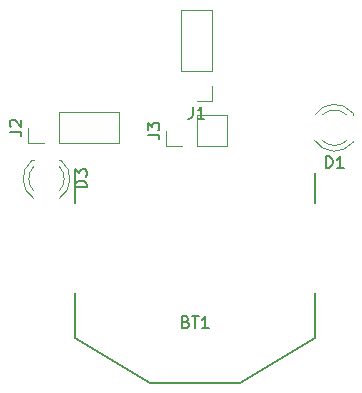
<source format=gbr>
G04 #@! TF.GenerationSoftware,KiCad,Pcbnew,(5.1.5)-3*
G04 #@! TF.CreationDate,2020-04-08T22:33:11-07:00*
G04 #@! TF.ProjectId,microbug,6d696372-6f62-4756-972e-6b696361645f,rev?*
G04 #@! TF.SameCoordinates,Original*
G04 #@! TF.FileFunction,Legend,Top*
G04 #@! TF.FilePolarity,Positive*
%FSLAX46Y46*%
G04 Gerber Fmt 4.6, Leading zero omitted, Abs format (unit mm)*
G04 Created by KiCad (PCBNEW (5.1.5)-3) date 2020-04-08 22:33:11*
%MOMM*%
%LPD*%
G04 APERTURE LIST*
%ADD10C,0.150000*%
%ADD11C,0.120000*%
G04 APERTURE END LIST*
D10*
X74295000Y-76962000D02*
X74295000Y-74422000D01*
X53975000Y-76962000D02*
X53975000Y-74422000D01*
X74295000Y-88392000D02*
X74295000Y-84582000D01*
X53975000Y-88392000D02*
X53975000Y-84582000D01*
X60325000Y-92202000D02*
X53975000Y-88392000D01*
X67945000Y-92202000D02*
X74295000Y-88392000D01*
X60325000Y-92202000D02*
X67945000Y-92202000D01*
D11*
X61662000Y-72196000D02*
X61662000Y-70866000D01*
X62992000Y-72196000D02*
X61662000Y-72196000D01*
X64262000Y-72196000D02*
X64262000Y-69536000D01*
X64262000Y-69536000D02*
X66862000Y-69536000D01*
X64262000Y-72196000D02*
X66862000Y-72196000D01*
X66862000Y-72196000D02*
X66862000Y-69536000D01*
X49978000Y-71942000D02*
X49978000Y-70612000D01*
X51308000Y-71942000D02*
X49978000Y-71942000D01*
X52578000Y-71942000D02*
X52578000Y-69282000D01*
X52578000Y-69282000D02*
X57718000Y-69282000D01*
X52578000Y-71942000D02*
X57718000Y-71942000D01*
X57718000Y-71942000D02*
X57718000Y-69282000D01*
X65592000Y-68386000D02*
X64262000Y-68386000D01*
X65592000Y-67056000D02*
X65592000Y-68386000D01*
X65592000Y-65786000D02*
X62932000Y-65786000D01*
X62932000Y-65786000D02*
X62932000Y-60646000D01*
X65592000Y-65786000D02*
X65592000Y-60646000D01*
X65592000Y-60646000D02*
X62932000Y-60646000D01*
X50482000Y-73370000D02*
X50326000Y-73370000D01*
X52798000Y-73370000D02*
X52642000Y-73370000D01*
X50482163Y-75971130D02*
G75*
G02X50482000Y-73889039I1079837J1041130D01*
G01*
X52641837Y-75971130D02*
G75*
G03X52642000Y-73889039I-1079837J1041130D01*
G01*
X50483392Y-76602335D02*
G75*
G02X50326484Y-73370000I1078608J1672335D01*
G01*
X52640608Y-76602335D02*
G75*
G03X52797516Y-73370000I-1078608J1672335D01*
G01*
X77506000Y-69532000D02*
X77506000Y-69376000D01*
X77506000Y-71848000D02*
X77506000Y-71692000D01*
X74904870Y-69532163D02*
G75*
G02X76986961Y-69532000I1041130J-1079837D01*
G01*
X74904870Y-71691837D02*
G75*
G03X76986961Y-71692000I1041130J1079837D01*
G01*
X74273665Y-69533392D02*
G75*
G02X77506000Y-69376484I1672335J-1078608D01*
G01*
X74273665Y-71690608D02*
G75*
G03X77506000Y-71847516I1672335J1078608D01*
G01*
D10*
X63349285Y-87050571D02*
X63492142Y-87098190D01*
X63539761Y-87145809D01*
X63587380Y-87241047D01*
X63587380Y-87383904D01*
X63539761Y-87479142D01*
X63492142Y-87526761D01*
X63396904Y-87574380D01*
X63015952Y-87574380D01*
X63015952Y-86574380D01*
X63349285Y-86574380D01*
X63444523Y-86622000D01*
X63492142Y-86669619D01*
X63539761Y-86764857D01*
X63539761Y-86860095D01*
X63492142Y-86955333D01*
X63444523Y-87002952D01*
X63349285Y-87050571D01*
X63015952Y-87050571D01*
X63873095Y-86574380D02*
X64444523Y-86574380D01*
X64158809Y-87574380D02*
X64158809Y-86574380D01*
X65301666Y-87574380D02*
X64730238Y-87574380D01*
X65015952Y-87574380D02*
X65015952Y-86574380D01*
X64920714Y-86717238D01*
X64825476Y-86812476D01*
X64730238Y-86860095D01*
X60114380Y-71199333D02*
X60828666Y-71199333D01*
X60971523Y-71246952D01*
X61066761Y-71342190D01*
X61114380Y-71485047D01*
X61114380Y-71580285D01*
X60114380Y-70818380D02*
X60114380Y-70199333D01*
X60495333Y-70532666D01*
X60495333Y-70389809D01*
X60542952Y-70294571D01*
X60590571Y-70246952D01*
X60685809Y-70199333D01*
X60923904Y-70199333D01*
X61019142Y-70246952D01*
X61066761Y-70294571D01*
X61114380Y-70389809D01*
X61114380Y-70675523D01*
X61066761Y-70770761D01*
X61019142Y-70818380D01*
X48430380Y-70945333D02*
X49144666Y-70945333D01*
X49287523Y-70992952D01*
X49382761Y-71088190D01*
X49430380Y-71231047D01*
X49430380Y-71326285D01*
X48525619Y-70516761D02*
X48478000Y-70469142D01*
X48430380Y-70373904D01*
X48430380Y-70135809D01*
X48478000Y-70040571D01*
X48525619Y-69992952D01*
X48620857Y-69945333D01*
X48716095Y-69945333D01*
X48858952Y-69992952D01*
X49430380Y-70564380D01*
X49430380Y-69945333D01*
X63928666Y-68838380D02*
X63928666Y-69552666D01*
X63881047Y-69695523D01*
X63785809Y-69790761D01*
X63642952Y-69838380D01*
X63547714Y-69838380D01*
X64928666Y-69838380D02*
X64357238Y-69838380D01*
X64642952Y-69838380D02*
X64642952Y-68838380D01*
X64547714Y-68981238D01*
X64452476Y-69076476D01*
X64357238Y-69124095D01*
X54974380Y-75668095D02*
X53974380Y-75668095D01*
X53974380Y-75430000D01*
X54022000Y-75287142D01*
X54117238Y-75191904D01*
X54212476Y-75144285D01*
X54402952Y-75096666D01*
X54545809Y-75096666D01*
X54736285Y-75144285D01*
X54831523Y-75191904D01*
X54926761Y-75287142D01*
X54974380Y-75430000D01*
X54974380Y-75668095D01*
X53974380Y-74763333D02*
X53974380Y-74144285D01*
X54355333Y-74477619D01*
X54355333Y-74334761D01*
X54402952Y-74239523D01*
X54450571Y-74191904D01*
X54545809Y-74144285D01*
X54783904Y-74144285D01*
X54879142Y-74191904D01*
X54926761Y-74239523D01*
X54974380Y-74334761D01*
X54974380Y-74620476D01*
X54926761Y-74715714D01*
X54879142Y-74763333D01*
X75207904Y-74024380D02*
X75207904Y-73024380D01*
X75446000Y-73024380D01*
X75588857Y-73072000D01*
X75684095Y-73167238D01*
X75731714Y-73262476D01*
X75779333Y-73452952D01*
X75779333Y-73595809D01*
X75731714Y-73786285D01*
X75684095Y-73881523D01*
X75588857Y-73976761D01*
X75446000Y-74024380D01*
X75207904Y-74024380D01*
X76731714Y-74024380D02*
X76160285Y-74024380D01*
X76446000Y-74024380D02*
X76446000Y-73024380D01*
X76350761Y-73167238D01*
X76255523Y-73262476D01*
X76160285Y-73310095D01*
M02*

</source>
